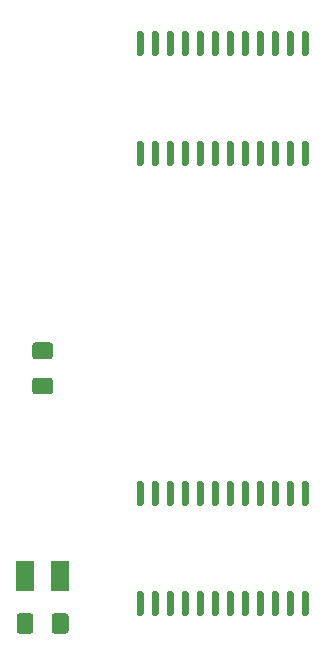
<source format=gbr>
G04 #@! TF.GenerationSoftware,KiCad,Pcbnew,5.1.6*
G04 #@! TF.CreationDate,2020-09-21T17:29:53+02:00*
G04 #@! TF.ProjectId,enigma-ToF,656e6967-6d61-42d5-946f-462e6b696361,rev?*
G04 #@! TF.SameCoordinates,Original*
G04 #@! TF.FileFunction,Paste,Top*
G04 #@! TF.FilePolarity,Positive*
%FSLAX46Y46*%
G04 Gerber Fmt 4.6, Leading zero omitted, Abs format (unit mm)*
G04 Created by KiCad (PCBNEW 5.1.6) date 2020-09-21 17:29:53*
%MOMM*%
%LPD*%
G01*
G04 APERTURE LIST*
%ADD10R,1.500000X2.600000*%
G04 APERTURE END LIST*
D10*
X53110000Y-91257120D03*
X56110000Y-91257120D03*
G36*
G01*
X53835000Y-94625000D02*
X53835000Y-95875000D01*
G75*
G02*
X53585000Y-96125000I-250000J0D01*
G01*
X52660000Y-96125000D01*
G75*
G02*
X52410000Y-95875000I0J250000D01*
G01*
X52410000Y-94625000D01*
G75*
G02*
X52660000Y-94375000I250000J0D01*
G01*
X53585000Y-94375000D01*
G75*
G02*
X53835000Y-94625000I0J-250000D01*
G01*
G37*
G36*
G01*
X56810000Y-94625000D02*
X56810000Y-95875000D01*
G75*
G02*
X56560000Y-96125000I-250000J0D01*
G01*
X55635000Y-96125000D01*
G75*
G02*
X55385000Y-95875000I0J250000D01*
G01*
X55385000Y-94625000D01*
G75*
G02*
X55635000Y-94375000I250000J0D01*
G01*
X56560000Y-94375000D01*
G75*
G02*
X56810000Y-94625000I0J-250000D01*
G01*
G37*
G36*
G01*
X76685000Y-92525000D02*
X76985000Y-92525000D01*
G75*
G02*
X77135000Y-92675000I0J-150000D01*
G01*
X77135000Y-94425000D01*
G75*
G02*
X76985000Y-94575000I-150000J0D01*
G01*
X76685000Y-94575000D01*
G75*
G02*
X76535000Y-94425000I0J150000D01*
G01*
X76535000Y-92675000D01*
G75*
G02*
X76685000Y-92525000I150000J0D01*
G01*
G37*
G36*
G01*
X75415000Y-92525000D02*
X75715000Y-92525000D01*
G75*
G02*
X75865000Y-92675000I0J-150000D01*
G01*
X75865000Y-94425000D01*
G75*
G02*
X75715000Y-94575000I-150000J0D01*
G01*
X75415000Y-94575000D01*
G75*
G02*
X75265000Y-94425000I0J150000D01*
G01*
X75265000Y-92675000D01*
G75*
G02*
X75415000Y-92525000I150000J0D01*
G01*
G37*
G36*
G01*
X74145000Y-92525000D02*
X74445000Y-92525000D01*
G75*
G02*
X74595000Y-92675000I0J-150000D01*
G01*
X74595000Y-94425000D01*
G75*
G02*
X74445000Y-94575000I-150000J0D01*
G01*
X74145000Y-94575000D01*
G75*
G02*
X73995000Y-94425000I0J150000D01*
G01*
X73995000Y-92675000D01*
G75*
G02*
X74145000Y-92525000I150000J0D01*
G01*
G37*
G36*
G01*
X72875000Y-92525000D02*
X73175000Y-92525000D01*
G75*
G02*
X73325000Y-92675000I0J-150000D01*
G01*
X73325000Y-94425000D01*
G75*
G02*
X73175000Y-94575000I-150000J0D01*
G01*
X72875000Y-94575000D01*
G75*
G02*
X72725000Y-94425000I0J150000D01*
G01*
X72725000Y-92675000D01*
G75*
G02*
X72875000Y-92525000I150000J0D01*
G01*
G37*
G36*
G01*
X71605000Y-92525000D02*
X71905000Y-92525000D01*
G75*
G02*
X72055000Y-92675000I0J-150000D01*
G01*
X72055000Y-94425000D01*
G75*
G02*
X71905000Y-94575000I-150000J0D01*
G01*
X71605000Y-94575000D01*
G75*
G02*
X71455000Y-94425000I0J150000D01*
G01*
X71455000Y-92675000D01*
G75*
G02*
X71605000Y-92525000I150000J0D01*
G01*
G37*
G36*
G01*
X70335000Y-92525000D02*
X70635000Y-92525000D01*
G75*
G02*
X70785000Y-92675000I0J-150000D01*
G01*
X70785000Y-94425000D01*
G75*
G02*
X70635000Y-94575000I-150000J0D01*
G01*
X70335000Y-94575000D01*
G75*
G02*
X70185000Y-94425000I0J150000D01*
G01*
X70185000Y-92675000D01*
G75*
G02*
X70335000Y-92525000I150000J0D01*
G01*
G37*
G36*
G01*
X69065000Y-92525000D02*
X69365000Y-92525000D01*
G75*
G02*
X69515000Y-92675000I0J-150000D01*
G01*
X69515000Y-94425000D01*
G75*
G02*
X69365000Y-94575000I-150000J0D01*
G01*
X69065000Y-94575000D01*
G75*
G02*
X68915000Y-94425000I0J150000D01*
G01*
X68915000Y-92675000D01*
G75*
G02*
X69065000Y-92525000I150000J0D01*
G01*
G37*
G36*
G01*
X67795000Y-92525000D02*
X68095000Y-92525000D01*
G75*
G02*
X68245000Y-92675000I0J-150000D01*
G01*
X68245000Y-94425000D01*
G75*
G02*
X68095000Y-94575000I-150000J0D01*
G01*
X67795000Y-94575000D01*
G75*
G02*
X67645000Y-94425000I0J150000D01*
G01*
X67645000Y-92675000D01*
G75*
G02*
X67795000Y-92525000I150000J0D01*
G01*
G37*
G36*
G01*
X66525000Y-92525000D02*
X66825000Y-92525000D01*
G75*
G02*
X66975000Y-92675000I0J-150000D01*
G01*
X66975000Y-94425000D01*
G75*
G02*
X66825000Y-94575000I-150000J0D01*
G01*
X66525000Y-94575000D01*
G75*
G02*
X66375000Y-94425000I0J150000D01*
G01*
X66375000Y-92675000D01*
G75*
G02*
X66525000Y-92525000I150000J0D01*
G01*
G37*
G36*
G01*
X65255000Y-92525000D02*
X65555000Y-92525000D01*
G75*
G02*
X65705000Y-92675000I0J-150000D01*
G01*
X65705000Y-94425000D01*
G75*
G02*
X65555000Y-94575000I-150000J0D01*
G01*
X65255000Y-94575000D01*
G75*
G02*
X65105000Y-94425000I0J150000D01*
G01*
X65105000Y-92675000D01*
G75*
G02*
X65255000Y-92525000I150000J0D01*
G01*
G37*
G36*
G01*
X63985000Y-92525000D02*
X64285000Y-92525000D01*
G75*
G02*
X64435000Y-92675000I0J-150000D01*
G01*
X64435000Y-94425000D01*
G75*
G02*
X64285000Y-94575000I-150000J0D01*
G01*
X63985000Y-94575000D01*
G75*
G02*
X63835000Y-94425000I0J150000D01*
G01*
X63835000Y-92675000D01*
G75*
G02*
X63985000Y-92525000I150000J0D01*
G01*
G37*
G36*
G01*
X62715000Y-92525000D02*
X63015000Y-92525000D01*
G75*
G02*
X63165000Y-92675000I0J-150000D01*
G01*
X63165000Y-94425000D01*
G75*
G02*
X63015000Y-94575000I-150000J0D01*
G01*
X62715000Y-94575000D01*
G75*
G02*
X62565000Y-94425000I0J150000D01*
G01*
X62565000Y-92675000D01*
G75*
G02*
X62715000Y-92525000I150000J0D01*
G01*
G37*
G36*
G01*
X62715000Y-83225000D02*
X63015000Y-83225000D01*
G75*
G02*
X63165000Y-83375000I0J-150000D01*
G01*
X63165000Y-85125000D01*
G75*
G02*
X63015000Y-85275000I-150000J0D01*
G01*
X62715000Y-85275000D01*
G75*
G02*
X62565000Y-85125000I0J150000D01*
G01*
X62565000Y-83375000D01*
G75*
G02*
X62715000Y-83225000I150000J0D01*
G01*
G37*
G36*
G01*
X63985000Y-83225000D02*
X64285000Y-83225000D01*
G75*
G02*
X64435000Y-83375000I0J-150000D01*
G01*
X64435000Y-85125000D01*
G75*
G02*
X64285000Y-85275000I-150000J0D01*
G01*
X63985000Y-85275000D01*
G75*
G02*
X63835000Y-85125000I0J150000D01*
G01*
X63835000Y-83375000D01*
G75*
G02*
X63985000Y-83225000I150000J0D01*
G01*
G37*
G36*
G01*
X65255000Y-83225000D02*
X65555000Y-83225000D01*
G75*
G02*
X65705000Y-83375000I0J-150000D01*
G01*
X65705000Y-85125000D01*
G75*
G02*
X65555000Y-85275000I-150000J0D01*
G01*
X65255000Y-85275000D01*
G75*
G02*
X65105000Y-85125000I0J150000D01*
G01*
X65105000Y-83375000D01*
G75*
G02*
X65255000Y-83225000I150000J0D01*
G01*
G37*
G36*
G01*
X66525000Y-83225000D02*
X66825000Y-83225000D01*
G75*
G02*
X66975000Y-83375000I0J-150000D01*
G01*
X66975000Y-85125000D01*
G75*
G02*
X66825000Y-85275000I-150000J0D01*
G01*
X66525000Y-85275000D01*
G75*
G02*
X66375000Y-85125000I0J150000D01*
G01*
X66375000Y-83375000D01*
G75*
G02*
X66525000Y-83225000I150000J0D01*
G01*
G37*
G36*
G01*
X67795000Y-83225000D02*
X68095000Y-83225000D01*
G75*
G02*
X68245000Y-83375000I0J-150000D01*
G01*
X68245000Y-85125000D01*
G75*
G02*
X68095000Y-85275000I-150000J0D01*
G01*
X67795000Y-85275000D01*
G75*
G02*
X67645000Y-85125000I0J150000D01*
G01*
X67645000Y-83375000D01*
G75*
G02*
X67795000Y-83225000I150000J0D01*
G01*
G37*
G36*
G01*
X69065000Y-83225000D02*
X69365000Y-83225000D01*
G75*
G02*
X69515000Y-83375000I0J-150000D01*
G01*
X69515000Y-85125000D01*
G75*
G02*
X69365000Y-85275000I-150000J0D01*
G01*
X69065000Y-85275000D01*
G75*
G02*
X68915000Y-85125000I0J150000D01*
G01*
X68915000Y-83375000D01*
G75*
G02*
X69065000Y-83225000I150000J0D01*
G01*
G37*
G36*
G01*
X70335000Y-83225000D02*
X70635000Y-83225000D01*
G75*
G02*
X70785000Y-83375000I0J-150000D01*
G01*
X70785000Y-85125000D01*
G75*
G02*
X70635000Y-85275000I-150000J0D01*
G01*
X70335000Y-85275000D01*
G75*
G02*
X70185000Y-85125000I0J150000D01*
G01*
X70185000Y-83375000D01*
G75*
G02*
X70335000Y-83225000I150000J0D01*
G01*
G37*
G36*
G01*
X71605000Y-83225000D02*
X71905000Y-83225000D01*
G75*
G02*
X72055000Y-83375000I0J-150000D01*
G01*
X72055000Y-85125000D01*
G75*
G02*
X71905000Y-85275000I-150000J0D01*
G01*
X71605000Y-85275000D01*
G75*
G02*
X71455000Y-85125000I0J150000D01*
G01*
X71455000Y-83375000D01*
G75*
G02*
X71605000Y-83225000I150000J0D01*
G01*
G37*
G36*
G01*
X72875000Y-83225000D02*
X73175000Y-83225000D01*
G75*
G02*
X73325000Y-83375000I0J-150000D01*
G01*
X73325000Y-85125000D01*
G75*
G02*
X73175000Y-85275000I-150000J0D01*
G01*
X72875000Y-85275000D01*
G75*
G02*
X72725000Y-85125000I0J150000D01*
G01*
X72725000Y-83375000D01*
G75*
G02*
X72875000Y-83225000I150000J0D01*
G01*
G37*
G36*
G01*
X74145000Y-83225000D02*
X74445000Y-83225000D01*
G75*
G02*
X74595000Y-83375000I0J-150000D01*
G01*
X74595000Y-85125000D01*
G75*
G02*
X74445000Y-85275000I-150000J0D01*
G01*
X74145000Y-85275000D01*
G75*
G02*
X73995000Y-85125000I0J150000D01*
G01*
X73995000Y-83375000D01*
G75*
G02*
X74145000Y-83225000I150000J0D01*
G01*
G37*
G36*
G01*
X75415000Y-83225000D02*
X75715000Y-83225000D01*
G75*
G02*
X75865000Y-83375000I0J-150000D01*
G01*
X75865000Y-85125000D01*
G75*
G02*
X75715000Y-85275000I-150000J0D01*
G01*
X75415000Y-85275000D01*
G75*
G02*
X75265000Y-85125000I0J150000D01*
G01*
X75265000Y-83375000D01*
G75*
G02*
X75415000Y-83225000I150000J0D01*
G01*
G37*
G36*
G01*
X76685000Y-83225000D02*
X76985000Y-83225000D01*
G75*
G02*
X77135000Y-83375000I0J-150000D01*
G01*
X77135000Y-85125000D01*
G75*
G02*
X76985000Y-85275000I-150000J0D01*
G01*
X76685000Y-85275000D01*
G75*
G02*
X76535000Y-85125000I0J150000D01*
G01*
X76535000Y-83375000D01*
G75*
G02*
X76685000Y-83225000I150000J0D01*
G01*
G37*
G36*
G01*
X63015000Y-47175000D02*
X62715000Y-47175000D01*
G75*
G02*
X62565000Y-47025000I0J150000D01*
G01*
X62565000Y-45275000D01*
G75*
G02*
X62715000Y-45125000I150000J0D01*
G01*
X63015000Y-45125000D01*
G75*
G02*
X63165000Y-45275000I0J-150000D01*
G01*
X63165000Y-47025000D01*
G75*
G02*
X63015000Y-47175000I-150000J0D01*
G01*
G37*
G36*
G01*
X64285000Y-47175000D02*
X63985000Y-47175000D01*
G75*
G02*
X63835000Y-47025000I0J150000D01*
G01*
X63835000Y-45275000D01*
G75*
G02*
X63985000Y-45125000I150000J0D01*
G01*
X64285000Y-45125000D01*
G75*
G02*
X64435000Y-45275000I0J-150000D01*
G01*
X64435000Y-47025000D01*
G75*
G02*
X64285000Y-47175000I-150000J0D01*
G01*
G37*
G36*
G01*
X65555000Y-47175000D02*
X65255000Y-47175000D01*
G75*
G02*
X65105000Y-47025000I0J150000D01*
G01*
X65105000Y-45275000D01*
G75*
G02*
X65255000Y-45125000I150000J0D01*
G01*
X65555000Y-45125000D01*
G75*
G02*
X65705000Y-45275000I0J-150000D01*
G01*
X65705000Y-47025000D01*
G75*
G02*
X65555000Y-47175000I-150000J0D01*
G01*
G37*
G36*
G01*
X66825000Y-47175000D02*
X66525000Y-47175000D01*
G75*
G02*
X66375000Y-47025000I0J150000D01*
G01*
X66375000Y-45275000D01*
G75*
G02*
X66525000Y-45125000I150000J0D01*
G01*
X66825000Y-45125000D01*
G75*
G02*
X66975000Y-45275000I0J-150000D01*
G01*
X66975000Y-47025000D01*
G75*
G02*
X66825000Y-47175000I-150000J0D01*
G01*
G37*
G36*
G01*
X68095000Y-47175000D02*
X67795000Y-47175000D01*
G75*
G02*
X67645000Y-47025000I0J150000D01*
G01*
X67645000Y-45275000D01*
G75*
G02*
X67795000Y-45125000I150000J0D01*
G01*
X68095000Y-45125000D01*
G75*
G02*
X68245000Y-45275000I0J-150000D01*
G01*
X68245000Y-47025000D01*
G75*
G02*
X68095000Y-47175000I-150000J0D01*
G01*
G37*
G36*
G01*
X69365000Y-47175000D02*
X69065000Y-47175000D01*
G75*
G02*
X68915000Y-47025000I0J150000D01*
G01*
X68915000Y-45275000D01*
G75*
G02*
X69065000Y-45125000I150000J0D01*
G01*
X69365000Y-45125000D01*
G75*
G02*
X69515000Y-45275000I0J-150000D01*
G01*
X69515000Y-47025000D01*
G75*
G02*
X69365000Y-47175000I-150000J0D01*
G01*
G37*
G36*
G01*
X70635000Y-47175000D02*
X70335000Y-47175000D01*
G75*
G02*
X70185000Y-47025000I0J150000D01*
G01*
X70185000Y-45275000D01*
G75*
G02*
X70335000Y-45125000I150000J0D01*
G01*
X70635000Y-45125000D01*
G75*
G02*
X70785000Y-45275000I0J-150000D01*
G01*
X70785000Y-47025000D01*
G75*
G02*
X70635000Y-47175000I-150000J0D01*
G01*
G37*
G36*
G01*
X71905000Y-47175000D02*
X71605000Y-47175000D01*
G75*
G02*
X71455000Y-47025000I0J150000D01*
G01*
X71455000Y-45275000D01*
G75*
G02*
X71605000Y-45125000I150000J0D01*
G01*
X71905000Y-45125000D01*
G75*
G02*
X72055000Y-45275000I0J-150000D01*
G01*
X72055000Y-47025000D01*
G75*
G02*
X71905000Y-47175000I-150000J0D01*
G01*
G37*
G36*
G01*
X73175000Y-47175000D02*
X72875000Y-47175000D01*
G75*
G02*
X72725000Y-47025000I0J150000D01*
G01*
X72725000Y-45275000D01*
G75*
G02*
X72875000Y-45125000I150000J0D01*
G01*
X73175000Y-45125000D01*
G75*
G02*
X73325000Y-45275000I0J-150000D01*
G01*
X73325000Y-47025000D01*
G75*
G02*
X73175000Y-47175000I-150000J0D01*
G01*
G37*
G36*
G01*
X74445000Y-47175000D02*
X74145000Y-47175000D01*
G75*
G02*
X73995000Y-47025000I0J150000D01*
G01*
X73995000Y-45275000D01*
G75*
G02*
X74145000Y-45125000I150000J0D01*
G01*
X74445000Y-45125000D01*
G75*
G02*
X74595000Y-45275000I0J-150000D01*
G01*
X74595000Y-47025000D01*
G75*
G02*
X74445000Y-47175000I-150000J0D01*
G01*
G37*
G36*
G01*
X75715000Y-47175000D02*
X75415000Y-47175000D01*
G75*
G02*
X75265000Y-47025000I0J150000D01*
G01*
X75265000Y-45275000D01*
G75*
G02*
X75415000Y-45125000I150000J0D01*
G01*
X75715000Y-45125000D01*
G75*
G02*
X75865000Y-45275000I0J-150000D01*
G01*
X75865000Y-47025000D01*
G75*
G02*
X75715000Y-47175000I-150000J0D01*
G01*
G37*
G36*
G01*
X76985000Y-47175000D02*
X76685000Y-47175000D01*
G75*
G02*
X76535000Y-47025000I0J150000D01*
G01*
X76535000Y-45275000D01*
G75*
G02*
X76685000Y-45125000I150000J0D01*
G01*
X76985000Y-45125000D01*
G75*
G02*
X77135000Y-45275000I0J-150000D01*
G01*
X77135000Y-47025000D01*
G75*
G02*
X76985000Y-47175000I-150000J0D01*
G01*
G37*
G36*
G01*
X76985000Y-56475000D02*
X76685000Y-56475000D01*
G75*
G02*
X76535000Y-56325000I0J150000D01*
G01*
X76535000Y-54575000D01*
G75*
G02*
X76685000Y-54425000I150000J0D01*
G01*
X76985000Y-54425000D01*
G75*
G02*
X77135000Y-54575000I0J-150000D01*
G01*
X77135000Y-56325000D01*
G75*
G02*
X76985000Y-56475000I-150000J0D01*
G01*
G37*
G36*
G01*
X75715000Y-56475000D02*
X75415000Y-56475000D01*
G75*
G02*
X75265000Y-56325000I0J150000D01*
G01*
X75265000Y-54575000D01*
G75*
G02*
X75415000Y-54425000I150000J0D01*
G01*
X75715000Y-54425000D01*
G75*
G02*
X75865000Y-54575000I0J-150000D01*
G01*
X75865000Y-56325000D01*
G75*
G02*
X75715000Y-56475000I-150000J0D01*
G01*
G37*
G36*
G01*
X74445000Y-56475000D02*
X74145000Y-56475000D01*
G75*
G02*
X73995000Y-56325000I0J150000D01*
G01*
X73995000Y-54575000D01*
G75*
G02*
X74145000Y-54425000I150000J0D01*
G01*
X74445000Y-54425000D01*
G75*
G02*
X74595000Y-54575000I0J-150000D01*
G01*
X74595000Y-56325000D01*
G75*
G02*
X74445000Y-56475000I-150000J0D01*
G01*
G37*
G36*
G01*
X73175000Y-56475000D02*
X72875000Y-56475000D01*
G75*
G02*
X72725000Y-56325000I0J150000D01*
G01*
X72725000Y-54575000D01*
G75*
G02*
X72875000Y-54425000I150000J0D01*
G01*
X73175000Y-54425000D01*
G75*
G02*
X73325000Y-54575000I0J-150000D01*
G01*
X73325000Y-56325000D01*
G75*
G02*
X73175000Y-56475000I-150000J0D01*
G01*
G37*
G36*
G01*
X71905000Y-56475000D02*
X71605000Y-56475000D01*
G75*
G02*
X71455000Y-56325000I0J150000D01*
G01*
X71455000Y-54575000D01*
G75*
G02*
X71605000Y-54425000I150000J0D01*
G01*
X71905000Y-54425000D01*
G75*
G02*
X72055000Y-54575000I0J-150000D01*
G01*
X72055000Y-56325000D01*
G75*
G02*
X71905000Y-56475000I-150000J0D01*
G01*
G37*
G36*
G01*
X70635000Y-56475000D02*
X70335000Y-56475000D01*
G75*
G02*
X70185000Y-56325000I0J150000D01*
G01*
X70185000Y-54575000D01*
G75*
G02*
X70335000Y-54425000I150000J0D01*
G01*
X70635000Y-54425000D01*
G75*
G02*
X70785000Y-54575000I0J-150000D01*
G01*
X70785000Y-56325000D01*
G75*
G02*
X70635000Y-56475000I-150000J0D01*
G01*
G37*
G36*
G01*
X69365000Y-56475000D02*
X69065000Y-56475000D01*
G75*
G02*
X68915000Y-56325000I0J150000D01*
G01*
X68915000Y-54575000D01*
G75*
G02*
X69065000Y-54425000I150000J0D01*
G01*
X69365000Y-54425000D01*
G75*
G02*
X69515000Y-54575000I0J-150000D01*
G01*
X69515000Y-56325000D01*
G75*
G02*
X69365000Y-56475000I-150000J0D01*
G01*
G37*
G36*
G01*
X68095000Y-56475000D02*
X67795000Y-56475000D01*
G75*
G02*
X67645000Y-56325000I0J150000D01*
G01*
X67645000Y-54575000D01*
G75*
G02*
X67795000Y-54425000I150000J0D01*
G01*
X68095000Y-54425000D01*
G75*
G02*
X68245000Y-54575000I0J-150000D01*
G01*
X68245000Y-56325000D01*
G75*
G02*
X68095000Y-56475000I-150000J0D01*
G01*
G37*
G36*
G01*
X66825000Y-56475000D02*
X66525000Y-56475000D01*
G75*
G02*
X66375000Y-56325000I0J150000D01*
G01*
X66375000Y-54575000D01*
G75*
G02*
X66525000Y-54425000I150000J0D01*
G01*
X66825000Y-54425000D01*
G75*
G02*
X66975000Y-54575000I0J-150000D01*
G01*
X66975000Y-56325000D01*
G75*
G02*
X66825000Y-56475000I-150000J0D01*
G01*
G37*
G36*
G01*
X65555000Y-56475000D02*
X65255000Y-56475000D01*
G75*
G02*
X65105000Y-56325000I0J150000D01*
G01*
X65105000Y-54575000D01*
G75*
G02*
X65255000Y-54425000I150000J0D01*
G01*
X65555000Y-54425000D01*
G75*
G02*
X65705000Y-54575000I0J-150000D01*
G01*
X65705000Y-56325000D01*
G75*
G02*
X65555000Y-56475000I-150000J0D01*
G01*
G37*
G36*
G01*
X64285000Y-56475000D02*
X63985000Y-56475000D01*
G75*
G02*
X63835000Y-56325000I0J150000D01*
G01*
X63835000Y-54575000D01*
G75*
G02*
X63985000Y-54425000I150000J0D01*
G01*
X64285000Y-54425000D01*
G75*
G02*
X64435000Y-54575000I0J-150000D01*
G01*
X64435000Y-56325000D01*
G75*
G02*
X64285000Y-56475000I-150000J0D01*
G01*
G37*
G36*
G01*
X63015000Y-56475000D02*
X62715000Y-56475000D01*
G75*
G02*
X62565000Y-56325000I0J150000D01*
G01*
X62565000Y-54575000D01*
G75*
G02*
X62715000Y-54425000I150000J0D01*
G01*
X63015000Y-54425000D01*
G75*
G02*
X63165000Y-54575000I0J-150000D01*
G01*
X63165000Y-56325000D01*
G75*
G02*
X63015000Y-56475000I-150000J0D01*
G01*
G37*
G36*
G01*
X53985000Y-74435000D02*
X55235000Y-74435000D01*
G75*
G02*
X55485000Y-74685000I0J-250000D01*
G01*
X55485000Y-75610000D01*
G75*
G02*
X55235000Y-75860000I-250000J0D01*
G01*
X53985000Y-75860000D01*
G75*
G02*
X53735000Y-75610000I0J250000D01*
G01*
X53735000Y-74685000D01*
G75*
G02*
X53985000Y-74435000I250000J0D01*
G01*
G37*
G36*
G01*
X53985000Y-71460000D02*
X55235000Y-71460000D01*
G75*
G02*
X55485000Y-71710000I0J-250000D01*
G01*
X55485000Y-72635000D01*
G75*
G02*
X55235000Y-72885000I-250000J0D01*
G01*
X53985000Y-72885000D01*
G75*
G02*
X53735000Y-72635000I0J250000D01*
G01*
X53735000Y-71710000D01*
G75*
G02*
X53985000Y-71460000I250000J0D01*
G01*
G37*
M02*

</source>
